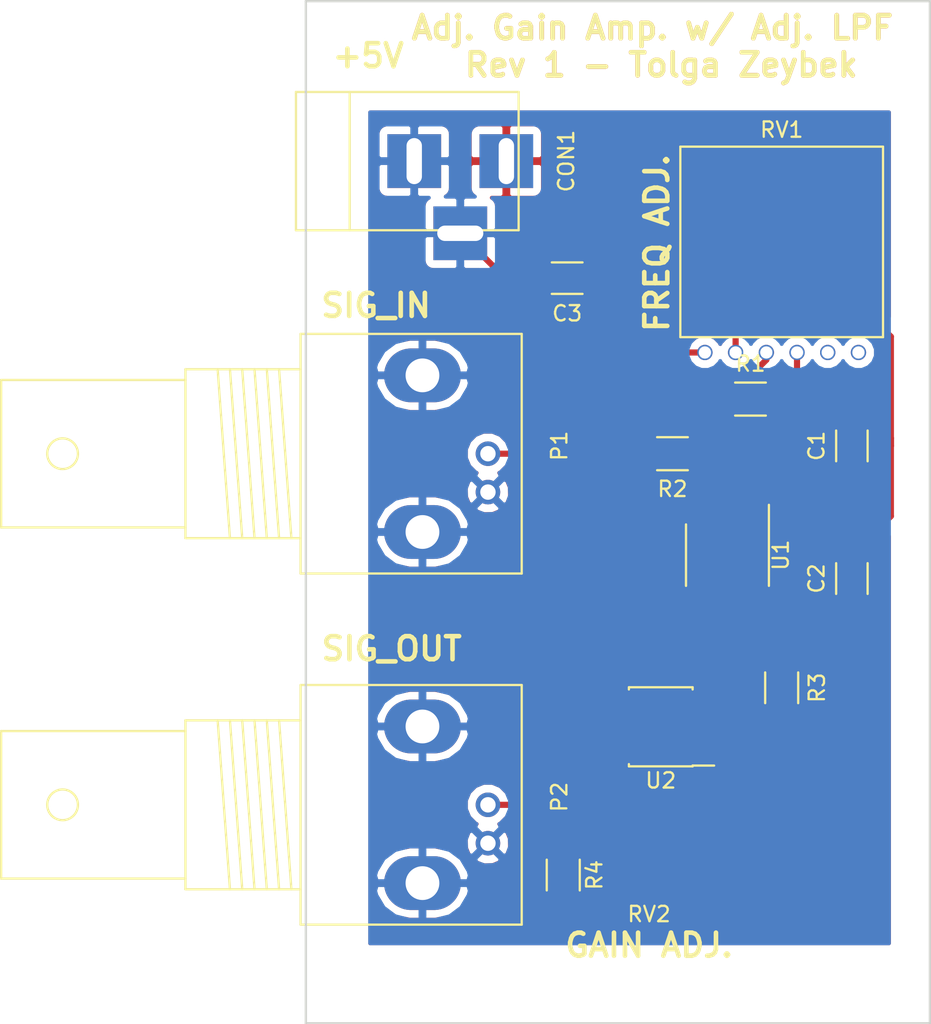
<source format=kicad_pcb>
(kicad_pcb (version 4) (host pcbnew 4.0.4-stable)

  (general
    (links 33)
    (no_connects 0)
    (area 98.754519 66.980999 159.587001 133.679001)
    (thickness 1.6)
    (drawings 12)
    (tracks 84)
    (zones 0)
    (modules 14)
    (nets 15)
  )

  (page A4)
  (layers
    (0 F.Cu signal)
    (31 B.Cu signal)
    (32 B.Adhes user)
    (33 F.Adhes user)
    (34 B.Paste user)
    (35 F.Paste user)
    (36 B.SilkS user)
    (37 F.SilkS user)
    (38 B.Mask user)
    (39 F.Mask user)
    (40 Dwgs.User user)
    (41 Cmts.User user)
    (42 Eco1.User user)
    (43 Eco2.User user)
    (44 Edge.Cuts user)
    (45 Margin user)
    (46 B.CrtYd user)
    (47 F.CrtYd user)
    (48 B.Fab user)
    (49 F.Fab user)
  )

  (setup
    (last_trace_width 0.4)
    (trace_clearance 0.2)
    (zone_clearance 0.508)
    (zone_45_only no)
    (trace_min 0.2)
    (segment_width 0.2)
    (edge_width 0.15)
    (via_size 0.6)
    (via_drill 0.4)
    (via_min_size 0.4)
    (via_min_drill 0.3)
    (uvia_size 0.3)
    (uvia_drill 0.1)
    (uvias_allowed no)
    (uvia_min_size 0.2)
    (uvia_min_drill 0.1)
    (pcb_text_width 0.3)
    (pcb_text_size 1.5 1.5)
    (mod_edge_width 0.15)
    (mod_text_size 1 1)
    (mod_text_width 0.15)
    (pad_size 1.524 1.524)
    (pad_drill 0.762)
    (pad_to_mask_clearance 0.2)
    (aux_axis_origin 0 0)
    (visible_elements FFFFFF7F)
    (pcbplotparams
      (layerselection 0x010fc_80000001)
      (usegerberextensions false)
      (excludeedgelayer true)
      (linewidth 0.100000)
      (plotframeref true)
      (viasonmask false)
      (mode 1)
      (useauxorigin false)
      (hpglpennumber 1)
      (hpglpenspeed 20)
      (hpglpendiameter 15)
      (hpglpenoverlay 2)
      (psnegative false)
      (psa4output false)
      (plotreference true)
      (plotvalue true)
      (plotinvisibletext false)
      (padsonsilk false)
      (subtractmaskfromsilk false)
      (outputformat 4)
      (mirror false)
      (drillshape 0)
      (scaleselection 1)
      (outputdirectory ""))
  )

  (net 0 "")
  (net 1 "Net-(C1-Pad1)")
  (net 2 "Net-(C1-Pad2)")
  (net 3 GND)
  (net 4 "Net-(C2-Pad2)")
  (net 5 +5V)
  (net 6 SIG_IN)
  (net 7 SIG_OUT)
  (net 8 "Net-(R1-Pad2)")
  (net 9 "Net-(R2-Pad2)")
  (net 10 AMP_IN)
  (net 11 "Net-(R4-Pad1)")
  (net 12 "Net-(RV1-Pad4)")
  (net 13 "Net-(RV1-Pad1)")
  (net 14 "Net-(RV2-Pad2)")

  (net_class Default "This is the default net class."
    (clearance 0.2)
    (trace_width 0.4)
    (via_dia 0.6)
    (via_drill 0.4)
    (uvia_dia 0.3)
    (uvia_drill 0.1)
    (add_net +5V)
    (add_net AMP_IN)
    (add_net GND)
    (add_net "Net-(C1-Pad1)")
    (add_net "Net-(C1-Pad2)")
    (add_net "Net-(C2-Pad2)")
    (add_net "Net-(R1-Pad2)")
    (add_net "Net-(R2-Pad2)")
    (add_net "Net-(R4-Pad1)")
    (add_net "Net-(RV1-Pad1)")
    (add_net "Net-(RV1-Pad4)")
    (add_net "Net-(RV2-Pad2)")
    (add_net SIG_IN)
    (add_net SIG_OUT)
  )

  (module Housings_SSOP:SSOP-16_3.9x4.9mm_Pitch0.635mm (layer F.Cu) (tedit 54130A77) (tstamp 584E4084)
    (at 146.304 103.124 270)
    (descr "SSOP16: plastic shrink small outline package; 16 leads; body width 3.9 mm; lead pitch 0.635; (see NXP SSOP-TSSOP-VSO-REFLOW.pdf and sot519-1_po.pdf)")
    (tags "SSOP 0.635")
    (path /584E3A26)
    (attr smd)
    (fp_text reference U1 (at 0 -3.5 270) (layer F.SilkS)
      (effects (font (size 1 1) (thickness 0.15)))
    )
    (fp_text value LTC6082 (at 0 3.5 270) (layer F.Fab)
      (effects (font (size 1 1) (thickness 0.15)))
    )
    (fp_line (start -0.95 -2.45) (end 1.95 -2.45) (layer F.Fab) (width 0.15))
    (fp_line (start 1.95 -2.45) (end 1.95 2.45) (layer F.Fab) (width 0.15))
    (fp_line (start 1.95 2.45) (end -1.95 2.45) (layer F.Fab) (width 0.15))
    (fp_line (start -1.95 2.45) (end -1.95 -1.45) (layer F.Fab) (width 0.15))
    (fp_line (start -1.95 -1.45) (end -0.95 -2.45) (layer F.Fab) (width 0.15))
    (fp_line (start -3.45 -2.85) (end -3.45 2.8) (layer F.CrtYd) (width 0.05))
    (fp_line (start 3.45 -2.85) (end 3.45 2.8) (layer F.CrtYd) (width 0.05))
    (fp_line (start -3.45 -2.85) (end 3.45 -2.85) (layer F.CrtYd) (width 0.05))
    (fp_line (start -3.45 2.8) (end 3.45 2.8) (layer F.CrtYd) (width 0.05))
    (fp_line (start -2 2.675) (end 2 2.675) (layer F.SilkS) (width 0.15))
    (fp_line (start -3.275 -2.725) (end 2 -2.725) (layer F.SilkS) (width 0.15))
    (pad 1 smd rect (at -2.6 -2.2225 270) (size 1.2 0.4) (layers F.Cu F.Paste F.Mask)
      (net 1 "Net-(C1-Pad1)"))
    (pad 2 smd rect (at -2.6 -1.5875 270) (size 1.2 0.4) (layers F.Cu F.Paste F.Mask)
      (net 1 "Net-(C1-Pad1)"))
    (pad 3 smd rect (at -2.6 -0.9525 270) (size 1.2 0.4) (layers F.Cu F.Paste F.Mask)
      (net 4 "Net-(C2-Pad2)"))
    (pad 4 smd rect (at -2.6 -0.3175 270) (size 1.2 0.4) (layers F.Cu F.Paste F.Mask)
      (net 5 +5V))
    (pad 5 smd rect (at -2.6 0.3175 270) (size 1.2 0.4) (layers F.Cu F.Paste F.Mask))
    (pad 6 smd rect (at -2.6 0.9525 270) (size 1.2 0.4) (layers F.Cu F.Paste F.Mask))
    (pad 7 smd rect (at -2.6 1.5875 270) (size 1.2 0.4) (layers F.Cu F.Paste F.Mask))
    (pad 8 smd rect (at -2.6 2.2225 270) (size 1.2 0.4) (layers F.Cu F.Paste F.Mask))
    (pad 9 smd rect (at 2.6 2.2225 270) (size 1.2 0.4) (layers F.Cu F.Paste F.Mask))
    (pad 10 smd rect (at 2.6 1.5875 270) (size 1.2 0.4) (layers F.Cu F.Paste F.Mask))
    (pad 11 smd rect (at 2.6 0.9525 270) (size 1.2 0.4) (layers F.Cu F.Paste F.Mask))
    (pad 12 smd rect (at 2.6 0.3175 270) (size 1.2 0.4) (layers F.Cu F.Paste F.Mask))
    (pad 13 smd rect (at 2.6 -0.3175 270) (size 1.2 0.4) (layers F.Cu F.Paste F.Mask)
      (net 3 GND))
    (pad 14 smd rect (at 2.6 -0.9525 270) (size 1.2 0.4) (layers F.Cu F.Paste F.Mask))
    (pad 15 smd rect (at 2.6 -1.5875 270) (size 1.2 0.4) (layers F.Cu F.Paste F.Mask))
    (pad 16 smd rect (at 2.6 -2.2225 270) (size 1.2 0.4) (layers F.Cu F.Paste F.Mask))
    (model Housings_SSOP.3dshapes/SSOP-16_3.9x4.9mm_Pitch0.635mm.wrl
      (at (xyz 0 0 0))
      (scale (xyz 1 1 1))
      (rotate (xyz 0 0 0))
    )
  )

  (module Capacitors_SMD:C_1206_HandSoldering (layer F.Cu) (tedit 541A9C03) (tstamp 584E401F)
    (at 154.432 96.012 90)
    (descr "Capacitor SMD 1206, hand soldering")
    (tags "capacitor 1206")
    (path /584E40D1)
    (attr smd)
    (fp_text reference C1 (at 0 -2.3 90) (layer F.SilkS)
      (effects (font (size 1 1) (thickness 0.15)))
    )
    (fp_text value 1nF (at 0 2.3 90) (layer F.Fab)
      (effects (font (size 1 1) (thickness 0.15)))
    )
    (fp_line (start -1.6 0.8) (end -1.6 -0.8) (layer F.Fab) (width 0.15))
    (fp_line (start 1.6 0.8) (end -1.6 0.8) (layer F.Fab) (width 0.15))
    (fp_line (start 1.6 -0.8) (end 1.6 0.8) (layer F.Fab) (width 0.15))
    (fp_line (start -1.6 -0.8) (end 1.6 -0.8) (layer F.Fab) (width 0.15))
    (fp_line (start -3.3 -1.15) (end 3.3 -1.15) (layer F.CrtYd) (width 0.05))
    (fp_line (start -3.3 1.15) (end 3.3 1.15) (layer F.CrtYd) (width 0.05))
    (fp_line (start -3.3 -1.15) (end -3.3 1.15) (layer F.CrtYd) (width 0.05))
    (fp_line (start 3.3 -1.15) (end 3.3 1.15) (layer F.CrtYd) (width 0.05))
    (fp_line (start 1 -1.025) (end -1 -1.025) (layer F.SilkS) (width 0.15))
    (fp_line (start -1 1.025) (end 1 1.025) (layer F.SilkS) (width 0.15))
    (pad 1 smd rect (at -2 0 90) (size 2 1.6) (layers F.Cu F.Paste F.Mask)
      (net 1 "Net-(C1-Pad1)"))
    (pad 2 smd rect (at 2 0 90) (size 2 1.6) (layers F.Cu F.Paste F.Mask)
      (net 2 "Net-(C1-Pad2)"))
    (model Capacitors_SMD.3dshapes/C_1206_HandSoldering.wrl
      (at (xyz 0 0 0))
      (scale (xyz 1 1 1))
      (rotate (xyz 0 0 0))
    )
  )

  (module Capacitors_SMD:C_1206_HandSoldering (layer F.Cu) (tedit 541A9C03) (tstamp 584E4025)
    (at 154.432 104.648 90)
    (descr "Capacitor SMD 1206, hand soldering")
    (tags "capacitor 1206")
    (path /584E5567)
    (attr smd)
    (fp_text reference C2 (at 0 -2.3 90) (layer F.SilkS)
      (effects (font (size 1 1) (thickness 0.15)))
    )
    (fp_text value 1nF (at 0 2.3 90) (layer F.Fab)
      (effects (font (size 1 1) (thickness 0.15)))
    )
    (fp_line (start -1.6 0.8) (end -1.6 -0.8) (layer F.Fab) (width 0.15))
    (fp_line (start 1.6 0.8) (end -1.6 0.8) (layer F.Fab) (width 0.15))
    (fp_line (start 1.6 -0.8) (end 1.6 0.8) (layer F.Fab) (width 0.15))
    (fp_line (start -1.6 -0.8) (end 1.6 -0.8) (layer F.Fab) (width 0.15))
    (fp_line (start -3.3 -1.15) (end 3.3 -1.15) (layer F.CrtYd) (width 0.05))
    (fp_line (start -3.3 1.15) (end 3.3 1.15) (layer F.CrtYd) (width 0.05))
    (fp_line (start -3.3 -1.15) (end -3.3 1.15) (layer F.CrtYd) (width 0.05))
    (fp_line (start 3.3 -1.15) (end 3.3 1.15) (layer F.CrtYd) (width 0.05))
    (fp_line (start 1 -1.025) (end -1 -1.025) (layer F.SilkS) (width 0.15))
    (fp_line (start -1 1.025) (end 1 1.025) (layer F.SilkS) (width 0.15))
    (pad 1 smd rect (at -2 0 90) (size 2 1.6) (layers F.Cu F.Paste F.Mask)
      (net 3 GND))
    (pad 2 smd rect (at 2 0 90) (size 2 1.6) (layers F.Cu F.Paste F.Mask)
      (net 4 "Net-(C2-Pad2)"))
    (model Capacitors_SMD.3dshapes/C_1206_HandSoldering.wrl
      (at (xyz 0 0 0))
      (scale (xyz 1 1 1))
      (rotate (xyz 0 0 0))
    )
  )

  (module Capacitors_SMD:C_1206_HandSoldering (layer F.Cu) (tedit 541A9C03) (tstamp 584E402B)
    (at 135.89 85.09 180)
    (descr "Capacitor SMD 1206, hand soldering")
    (tags "capacitor 1206")
    (path /584CCE7B)
    (attr smd)
    (fp_text reference C3 (at 0 -2.3 180) (layer F.SilkS)
      (effects (font (size 1 1) (thickness 0.15)))
    )
    (fp_text value 0.1uF (at 0 2.3 180) (layer F.Fab)
      (effects (font (size 1 1) (thickness 0.15)))
    )
    (fp_line (start -1.6 0.8) (end -1.6 -0.8) (layer F.Fab) (width 0.15))
    (fp_line (start 1.6 0.8) (end -1.6 0.8) (layer F.Fab) (width 0.15))
    (fp_line (start 1.6 -0.8) (end 1.6 0.8) (layer F.Fab) (width 0.15))
    (fp_line (start -1.6 -0.8) (end 1.6 -0.8) (layer F.Fab) (width 0.15))
    (fp_line (start -3.3 -1.15) (end 3.3 -1.15) (layer F.CrtYd) (width 0.05))
    (fp_line (start -3.3 1.15) (end 3.3 1.15) (layer F.CrtYd) (width 0.05))
    (fp_line (start -3.3 -1.15) (end -3.3 1.15) (layer F.CrtYd) (width 0.05))
    (fp_line (start 3.3 -1.15) (end 3.3 1.15) (layer F.CrtYd) (width 0.05))
    (fp_line (start 1 -1.025) (end -1 -1.025) (layer F.SilkS) (width 0.15))
    (fp_line (start -1 1.025) (end 1 1.025) (layer F.SilkS) (width 0.15))
    (pad 1 smd rect (at -2 0 180) (size 2 1.6) (layers F.Cu F.Paste F.Mask)
      (net 5 +5V))
    (pad 2 smd rect (at 2 0 180) (size 2 1.6) (layers F.Cu F.Paste F.Mask)
      (net 3 GND))
    (model Capacitors_SMD.3dshapes/C_1206_HandSoldering.wrl
      (at (xyz 0 0 0))
      (scale (xyz 1 1 1))
      (rotate (xyz 0 0 0))
    )
  )

  (module Connect:BARREL_JACK (layer F.Cu) (tedit 0) (tstamp 584E4032)
    (at 125.73 77.47)
    (descr "DC Barrel Jack")
    (tags "Power Jack")
    (path /584C695C)
    (fp_text reference CON1 (at 10.09904 0 90) (layer F.SilkS)
      (effects (font (size 1 1) (thickness 0.15)))
    )
    (fp_text value BARREL_JACK (at 0 -5.99948) (layer F.Fab)
      (effects (font (size 1 1) (thickness 0.15)))
    )
    (fp_line (start -4.0005 -4.50088) (end -4.0005 4.50088) (layer F.SilkS) (width 0.15))
    (fp_line (start -7.50062 -4.50088) (end -7.50062 4.50088) (layer F.SilkS) (width 0.15))
    (fp_line (start -7.50062 4.50088) (end 7.00024 4.50088) (layer F.SilkS) (width 0.15))
    (fp_line (start 7.00024 4.50088) (end 7.00024 -4.50088) (layer F.SilkS) (width 0.15))
    (fp_line (start 7.00024 -4.50088) (end -7.50062 -4.50088) (layer F.SilkS) (width 0.15))
    (pad 1 thru_hole rect (at 6.20014 0) (size 3.50012 3.50012) (drill oval 1.00076 2.99974) (layers *.Cu *.Mask)
      (net 5 +5V))
    (pad 2 thru_hole rect (at 0.20066 0) (size 3.50012 3.50012) (drill oval 1.00076 2.99974) (layers *.Cu *.Mask)
      (net 3 GND))
    (pad 3 thru_hole rect (at 3.2004 4.699) (size 3.50012 3.50012) (drill oval 2.99974 1.00076) (layers *.Cu *.Mask)
      (net 3 GND))
  )

  (module Sockets_BNC:BNC_Socket_TYCO-AMP (layer F.Cu) (tedit 0) (tstamp 584E403A)
    (at 125.73 96.52 90)
    (descr "BNC Socket TYCO AMP")
    (tags "BNC Socket TYCO AMP")
    (path /584C68E3)
    (fp_text reference P1 (at 0.508 9.652 90) (layer F.SilkS)
      (effects (font (size 1 1) (thickness 0.15)))
    )
    (fp_text value BNC (at 10.89914 -9.6012 180) (layer F.Fab)
      (effects (font (size 1 1) (thickness 0.15)))
    )
    (fp_line (start -5.4991 -11.80084) (end 5.4991 -12.60094) (layer F.SilkS) (width 0.15))
    (fp_line (start -5.4991 -11.00074) (end 5.4991 -11.80084) (layer F.SilkS) (width 0.15))
    (fp_line (start -5.4991 -10.20064) (end 5.4991 -11.00074) (layer F.SilkS) (width 0.15))
    (fp_line (start -5.4991 -9.40054) (end 5.4991 -10.20064) (layer F.SilkS) (width 0.15))
    (fp_line (start -5.4991 -8.60044) (end 5.4991 -9.40054) (layer F.SilkS) (width 0.15))
    (fp_line (start -5.4991 -7.80034) (end 5.4991 -8.60044) (layer F.SilkS) (width 0.15))
    (fp_circle (center 0 -22.69998) (end 1.00076 -22.69998) (layer F.SilkS) (width 0.15))
    (fp_line (start 4.8006 -14.69898) (end 4.8006 -26.70048) (layer F.SilkS) (width 0.15))
    (fp_line (start 4.8006 -26.70048) (end -4.8006 -26.70048) (layer F.SilkS) (width 0.15))
    (fp_line (start -4.8006 -26.70048) (end -4.8006 -14.69898) (layer F.SilkS) (width 0.15))
    (fp_line (start 5.4991 -7.2009) (end 5.4991 -14.69898) (layer F.SilkS) (width 0.15))
    (fp_line (start 5.4991 -14.69898) (end -5.4991 -14.69898) (layer F.SilkS) (width 0.15))
    (fp_line (start -5.4991 -14.69898) (end -5.4991 -7.2009) (layer F.SilkS) (width 0.15))
    (fp_line (start -7.80034 7.2009) (end 7.80034 7.2009) (layer F.SilkS) (width 0.15))
    (fp_line (start 7.80034 7.2009) (end 7.80034 -7.2009) (layer F.SilkS) (width 0.15))
    (fp_line (start 7.80034 -7.2009) (end -7.80034 -7.2009) (layer F.SilkS) (width 0.15))
    (fp_line (start -7.80034 -7.2009) (end -7.80034 7.2009) (layer F.SilkS) (width 0.15))
    (pad 2 thru_hole oval (at -5.09778 0.7366 90) (size 3.50012 5.00126) (drill 2.19964) (layers *.Cu *.Mask)
      (net 3 GND))
    (pad 2 thru_hole oval (at 5.10032 0.7366 90) (size 3.50012 5.00126) (drill 2.19964) (layers *.Cu *.Mask)
      (net 3 GND))
    (pad 1 thru_hole circle (at 0 5.00126 90) (size 1.6002 1.6002) (drill 1.00076) (layers *.Cu *.Mask)
      (net 6 SIG_IN))
    (pad 2 thru_hole circle (at -2.49936 5.00126 90) (size 1.6002 1.6002) (drill 1.00076) (layers *.Cu *.Mask)
      (net 3 GND))
    (model Sockets_BNC.3dshapes/BNC_Socket_TYCO-AMP.wrl
      (at (xyz 0 0 0))
      (scale (xyz 0.3937 0.3937 0.3937))
      (rotate (xyz 0 0 0))
    )
  )

  (module Sockets_BNC:BNC_Socket_TYCO-AMP (layer F.Cu) (tedit 0) (tstamp 584E4042)
    (at 125.73 119.38 90)
    (descr "BNC Socket TYCO AMP")
    (tags "BNC Socket TYCO AMP")
    (path /584E0E34)
    (fp_text reference P2 (at 0.508 9.652 90) (layer F.SilkS)
      (effects (font (size 1 1) (thickness 0.15)))
    )
    (fp_text value BNC (at 10.89914 -9.6012 180) (layer F.Fab)
      (effects (font (size 1 1) (thickness 0.15)))
    )
    (fp_line (start -5.4991 -11.80084) (end 5.4991 -12.60094) (layer F.SilkS) (width 0.15))
    (fp_line (start -5.4991 -11.00074) (end 5.4991 -11.80084) (layer F.SilkS) (width 0.15))
    (fp_line (start -5.4991 -10.20064) (end 5.4991 -11.00074) (layer F.SilkS) (width 0.15))
    (fp_line (start -5.4991 -9.40054) (end 5.4991 -10.20064) (layer F.SilkS) (width 0.15))
    (fp_line (start -5.4991 -8.60044) (end 5.4991 -9.40054) (layer F.SilkS) (width 0.15))
    (fp_line (start -5.4991 -7.80034) (end 5.4991 -8.60044) (layer F.SilkS) (width 0.15))
    (fp_circle (center 0 -22.69998) (end 1.00076 -22.69998) (layer F.SilkS) (width 0.15))
    (fp_line (start 4.8006 -14.69898) (end 4.8006 -26.70048) (layer F.SilkS) (width 0.15))
    (fp_line (start 4.8006 -26.70048) (end -4.8006 -26.70048) (layer F.SilkS) (width 0.15))
    (fp_line (start -4.8006 -26.70048) (end -4.8006 -14.69898) (layer F.SilkS) (width 0.15))
    (fp_line (start 5.4991 -7.2009) (end 5.4991 -14.69898) (layer F.SilkS) (width 0.15))
    (fp_line (start 5.4991 -14.69898) (end -5.4991 -14.69898) (layer F.SilkS) (width 0.15))
    (fp_line (start -5.4991 -14.69898) (end -5.4991 -7.2009) (layer F.SilkS) (width 0.15))
    (fp_line (start -7.80034 7.2009) (end 7.80034 7.2009) (layer F.SilkS) (width 0.15))
    (fp_line (start 7.80034 7.2009) (end 7.80034 -7.2009) (layer F.SilkS) (width 0.15))
    (fp_line (start 7.80034 -7.2009) (end -7.80034 -7.2009) (layer F.SilkS) (width 0.15))
    (fp_line (start -7.80034 -7.2009) (end -7.80034 7.2009) (layer F.SilkS) (width 0.15))
    (pad 2 thru_hole oval (at -5.09778 0.7366 90) (size 3.50012 5.00126) (drill 2.19964) (layers *.Cu *.Mask)
      (net 3 GND))
    (pad 2 thru_hole oval (at 5.10032 0.7366 90) (size 3.50012 5.00126) (drill 2.19964) (layers *.Cu *.Mask)
      (net 3 GND))
    (pad 1 thru_hole circle (at 0 5.00126 90) (size 1.6002 1.6002) (drill 1.00076) (layers *.Cu *.Mask)
      (net 7 SIG_OUT))
    (pad 2 thru_hole circle (at -2.49936 5.00126 90) (size 1.6002 1.6002) (drill 1.00076) (layers *.Cu *.Mask)
      (net 3 GND))
    (model Sockets_BNC.3dshapes/BNC_Socket_TYCO-AMP.wrl
      (at (xyz 0 0 0))
      (scale (xyz 0.3937 0.3937 0.3937))
      (rotate (xyz 0 0 0))
    )
  )

  (module Resistors_SMD:R_1206_HandSoldering (layer F.Cu) (tedit 58307C0D) (tstamp 584E4048)
    (at 147.828 92.964)
    (descr "Resistor SMD 1206, hand soldering")
    (tags "resistor 1206")
    (path /584E5261)
    (attr smd)
    (fp_text reference R1 (at 0 -2.3) (layer F.SilkS)
      (effects (font (size 1 1) (thickness 0.15)))
    )
    (fp_text value 2k (at 0 2.3) (layer F.Fab)
      (effects (font (size 1 1) (thickness 0.15)))
    )
    (fp_line (start -1.6 0.8) (end -1.6 -0.8) (layer F.Fab) (width 0.1))
    (fp_line (start 1.6 0.8) (end -1.6 0.8) (layer F.Fab) (width 0.1))
    (fp_line (start 1.6 -0.8) (end 1.6 0.8) (layer F.Fab) (width 0.1))
    (fp_line (start -1.6 -0.8) (end 1.6 -0.8) (layer F.Fab) (width 0.1))
    (fp_line (start -3.3 -1.2) (end 3.3 -1.2) (layer F.CrtYd) (width 0.05))
    (fp_line (start -3.3 1.2) (end 3.3 1.2) (layer F.CrtYd) (width 0.05))
    (fp_line (start -3.3 -1.2) (end -3.3 1.2) (layer F.CrtYd) (width 0.05))
    (fp_line (start 3.3 -1.2) (end 3.3 1.2) (layer F.CrtYd) (width 0.05))
    (fp_line (start 1 1.075) (end -1 1.075) (layer F.SilkS) (width 0.15))
    (fp_line (start -1 -1.075) (end 1 -1.075) (layer F.SilkS) (width 0.15))
    (pad 1 smd rect (at -2 0) (size 2 1.7) (layers F.Cu F.Paste F.Mask)
      (net 6 SIG_IN))
    (pad 2 smd rect (at 2 0) (size 2 1.7) (layers F.Cu F.Paste F.Mask)
      (net 8 "Net-(R1-Pad2)"))
    (model Resistors_SMD.3dshapes/R_1206_HandSoldering.wrl
      (at (xyz 0 0 0))
      (scale (xyz 1 1 1))
      (rotate (xyz 0 0 0))
    )
  )

  (module Resistors_SMD:R_1206_HandSoldering (layer F.Cu) (tedit 584E40B4) (tstamp 584E404E)
    (at 142.748 96.52 180)
    (descr "Resistor SMD 1206, hand soldering")
    (tags "resistor 1206")
    (path /584E51FB)
    (attr smd)
    (fp_text reference R2 (at 0 -2.3 180) (layer F.SilkS)
      (effects (font (size 1 1) (thickness 0.15)))
    )
    (fp_text value 2k (at 1.3589 -0.8636 180) (layer F.Fab)
      (effects (font (size 1 1) (thickness 0.15)))
    )
    (fp_line (start -1.6 0.8) (end -1.6 -0.8) (layer F.Fab) (width 0.1))
    (fp_line (start 1.6 0.8) (end -1.6 0.8) (layer F.Fab) (width 0.1))
    (fp_line (start 1.6 -0.8) (end 1.6 0.8) (layer F.Fab) (width 0.1))
    (fp_line (start -1.6 -0.8) (end 1.6 -0.8) (layer F.Fab) (width 0.1))
    (fp_line (start -3.3 -1.2) (end 3.3 -1.2) (layer F.CrtYd) (width 0.05))
    (fp_line (start -3.3 1.2) (end 3.3 1.2) (layer F.CrtYd) (width 0.05))
    (fp_line (start -3.3 -1.2) (end -3.3 1.2) (layer F.CrtYd) (width 0.05))
    (fp_line (start 3.3 -1.2) (end 3.3 1.2) (layer F.CrtYd) (width 0.05))
    (fp_line (start 1 1.075) (end -1 1.075) (layer F.SilkS) (width 0.15))
    (fp_line (start -1 -1.075) (end 1 -1.075) (layer F.SilkS) (width 0.15))
    (pad 1 smd rect (at -2 0 180) (size 2 1.7) (layers F.Cu F.Paste F.Mask)
      (net 2 "Net-(C1-Pad2)"))
    (pad 2 smd rect (at 2 0 180) (size 2 1.7) (layers F.Cu F.Paste F.Mask)
      (net 9 "Net-(R2-Pad2)"))
    (model Resistors_SMD.3dshapes/R_1206_HandSoldering.wrl
      (at (xyz 0 0 0))
      (scale (xyz 1 1 1))
      (rotate (xyz 0 0 0))
    )
  )

  (module Resistors_SMD:R_1206_HandSoldering (layer F.Cu) (tedit 58307C0D) (tstamp 584E4054)
    (at 149.86 111.76 270)
    (descr "Resistor SMD 1206, hand soldering")
    (tags "resistor 1206")
    (path /584E43E3)
    (attr smd)
    (fp_text reference R3 (at 0 -2.3 270) (layer F.SilkS)
      (effects (font (size 1 1) (thickness 0.15)))
    )
    (fp_text value 100 (at 0 2.3 270) (layer F.Fab)
      (effects (font (size 1 1) (thickness 0.15)))
    )
    (fp_line (start -1.6 0.8) (end -1.6 -0.8) (layer F.Fab) (width 0.1))
    (fp_line (start 1.6 0.8) (end -1.6 0.8) (layer F.Fab) (width 0.1))
    (fp_line (start 1.6 -0.8) (end 1.6 0.8) (layer F.Fab) (width 0.1))
    (fp_line (start -1.6 -0.8) (end 1.6 -0.8) (layer F.Fab) (width 0.1))
    (fp_line (start -3.3 -1.2) (end 3.3 -1.2) (layer F.CrtYd) (width 0.05))
    (fp_line (start -3.3 1.2) (end 3.3 1.2) (layer F.CrtYd) (width 0.05))
    (fp_line (start -3.3 -1.2) (end -3.3 1.2) (layer F.CrtYd) (width 0.05))
    (fp_line (start 3.3 -1.2) (end 3.3 1.2) (layer F.CrtYd) (width 0.05))
    (fp_line (start 1 1.075) (end -1 1.075) (layer F.SilkS) (width 0.15))
    (fp_line (start -1 -1.075) (end 1 -1.075) (layer F.SilkS) (width 0.15))
    (pad 1 smd rect (at -2 0 270) (size 2 1.7) (layers F.Cu F.Paste F.Mask)
      (net 1 "Net-(C1-Pad1)"))
    (pad 2 smd rect (at 2 0 270) (size 2 1.7) (layers F.Cu F.Paste F.Mask)
      (net 10 AMP_IN))
    (model Resistors_SMD.3dshapes/R_1206_HandSoldering.wrl
      (at (xyz 0 0 0))
      (scale (xyz 1 1 1))
      (rotate (xyz 0 0 0))
    )
  )

  (module Resistors_SMD:R_1206_HandSoldering (layer F.Cu) (tedit 584E4707) (tstamp 584E405A)
    (at 135.636 123.952 90)
    (descr "Resistor SMD 1206, hand soldering")
    (tags "resistor 1206")
    (path /584CB1C2)
    (attr smd)
    (fp_text reference R4 (at 0 2.032 90) (layer F.SilkS)
      (effects (font (size 1 1) (thickness 0.15)))
    )
    (fp_text value 3.01k (at 0 2.3 90) (layer F.Fab)
      (effects (font (size 1 1) (thickness 0.15)))
    )
    (fp_line (start -1.6 0.8) (end -1.6 -0.8) (layer F.Fab) (width 0.1))
    (fp_line (start 1.6 0.8) (end -1.6 0.8) (layer F.Fab) (width 0.1))
    (fp_line (start 1.6 -0.8) (end 1.6 0.8) (layer F.Fab) (width 0.1))
    (fp_line (start -1.6 -0.8) (end 1.6 -0.8) (layer F.Fab) (width 0.1))
    (fp_line (start -3.3 -1.2) (end 3.3 -1.2) (layer F.CrtYd) (width 0.05))
    (fp_line (start -3.3 1.2) (end 3.3 1.2) (layer F.CrtYd) (width 0.05))
    (fp_line (start -3.3 -1.2) (end -3.3 1.2) (layer F.CrtYd) (width 0.05))
    (fp_line (start 3.3 -1.2) (end 3.3 1.2) (layer F.CrtYd) (width 0.05))
    (fp_line (start 1 1.075) (end -1 1.075) (layer F.SilkS) (width 0.15))
    (fp_line (start -1 -1.075) (end 1 -1.075) (layer F.SilkS) (width 0.15))
    (pad 1 smd rect (at -2 0 90) (size 2 1.7) (layers F.Cu F.Paste F.Mask)
      (net 11 "Net-(R4-Pad1)"))
    (pad 2 smd rect (at 2 0 90) (size 2 1.7) (layers F.Cu F.Paste F.Mask)
      (net 5 +5V))
    (model Resistors_SMD.3dshapes/R_1206_HandSoldering.wrl
      (at (xyz 0 0 0))
      (scale (xyz 1 1 1))
      (rotate (xyz 0 0 0))
    )
  )

  (module CustomParts:20k_DualPot (layer F.Cu) (tedit 584E3D2F) (tstamp 584E4069)
    (at 149.86 74.93)
    (path /584E3AE6)
    (fp_text reference RV1 (at 0 0.5) (layer F.SilkS)
      (effects (font (size 1 1) (thickness 0.15)))
    )
    (fp_text value DUAL_POT (at 0 -0.5) (layer F.Fab)
      (effects (font (size 1 1) (thickness 0.15)))
    )
    (fp_line (start 6.6 14) (end 6.6 1.6) (layer F.SilkS) (width 0.15))
    (fp_line (start 6.6 1.6) (end -6.6 1.6) (layer F.SilkS) (width 0.15))
    (fp_line (start -6.6 1.6) (end -6.6 14) (layer F.SilkS) (width 0.15))
    (fp_line (start -6.6 14) (end 6.6 14) (layer F.SilkS) (width 0.15))
    (fp_line (start 6.6 14) (end 6.5 14) (layer F.SilkS) (width 0.15))
    (pad 2 thru_hole circle (at -5 15) (size 1 1) (drill 0.8) (layers *.Cu *.Mask)
      (net 9 "Net-(R2-Pad2)"))
    (pad 3 thru_hole circle (at -3 15) (size 1 1) (drill 0.8) (layers *.Cu *.Mask)
      (net 4 "Net-(C2-Pad2)"))
    (pad 6 thru_hole circle (at -1 15) (size 1 1) (drill 0.8) (layers *.Cu *.Mask)
      (net 2 "Net-(C1-Pad2)"))
    (pad 5 thru_hole circle (at 1 15) (size 1 1) (drill 0.8) (layers *.Cu *.Mask)
      (net 8 "Net-(R1-Pad2)"))
    (pad 4 thru_hole circle (at 3 15) (size 1 1) (drill 0.8) (layers *.Cu *.Mask)
      (net 12 "Net-(RV1-Pad4)"))
    (pad 1 thru_hole circle (at 5 15) (size 1 1) (drill 0.8) (layers *.Cu *.Mask)
      (net 13 "Net-(RV1-Pad1)"))
  )

  (module CustomParts:2k_POT_SMD (layer F.Cu) (tedit 584E3964) (tstamp 584E4070)
    (at 141.224 127 180)
    (path /584CAFCC)
    (fp_text reference RV2 (at 0 0.5 180) (layer F.SilkS)
      (effects (font (size 1 1) (thickness 0.15)))
    )
    (fp_text value 2k (at 0 -0.5 180) (layer F.Fab)
      (effects (font (size 1 1) (thickness 0.15)))
    )
    (pad 2 smd rect (at 0 2 180) (size 1.6 1.5) (layers F.Cu F.Paste F.Mask)
      (net 14 "Net-(RV2-Pad2)"))
    (pad 1 smd rect (at -1 5.25 180) (size 1.2 1.2) (layers F.Cu F.Paste F.Mask)
      (net 11 "Net-(R4-Pad1)"))
    (pad 3 smd rect (at 1 5.25 180) (size 1.2 1.2) (layers F.Cu F.Paste F.Mask)
      (net 3 GND))
  )

  (module Housings_SOIC:SOIC-8_3.9x4.9mm_Pitch1.27mm (layer F.Cu) (tedit 54130A77) (tstamp 584E4090)
    (at 141.986 114.3 180)
    (descr "8-Lead Plastic Small Outline (SN) - Narrow, 3.90 mm Body [SOIC] (see Microchip Packaging Specification 00000049BS.pdf)")
    (tags "SOIC 1.27")
    (path /584CA27F)
    (attr smd)
    (fp_text reference U2 (at 0 -3.5 180) (layer F.SilkS)
      (effects (font (size 1 1) (thickness 0.15)))
    )
    (fp_text value AD603 (at 0 3.5 180) (layer F.Fab)
      (effects (font (size 1 1) (thickness 0.15)))
    )
    (fp_line (start -0.95 -2.45) (end 1.95 -2.45) (layer F.Fab) (width 0.15))
    (fp_line (start 1.95 -2.45) (end 1.95 2.45) (layer F.Fab) (width 0.15))
    (fp_line (start 1.95 2.45) (end -1.95 2.45) (layer F.Fab) (width 0.15))
    (fp_line (start -1.95 2.45) (end -1.95 -1.45) (layer F.Fab) (width 0.15))
    (fp_line (start -1.95 -1.45) (end -0.95 -2.45) (layer F.Fab) (width 0.15))
    (fp_line (start -3.75 -2.75) (end -3.75 2.75) (layer F.CrtYd) (width 0.05))
    (fp_line (start 3.75 -2.75) (end 3.75 2.75) (layer F.CrtYd) (width 0.05))
    (fp_line (start -3.75 -2.75) (end 3.75 -2.75) (layer F.CrtYd) (width 0.05))
    (fp_line (start -3.75 2.75) (end 3.75 2.75) (layer F.CrtYd) (width 0.05))
    (fp_line (start -2.075 -2.575) (end -2.075 -2.525) (layer F.SilkS) (width 0.15))
    (fp_line (start 2.075 -2.575) (end 2.075 -2.43) (layer F.SilkS) (width 0.15))
    (fp_line (start 2.075 2.575) (end 2.075 2.43) (layer F.SilkS) (width 0.15))
    (fp_line (start -2.075 2.575) (end -2.075 2.43) (layer F.SilkS) (width 0.15))
    (fp_line (start -2.075 -2.575) (end 2.075 -2.575) (layer F.SilkS) (width 0.15))
    (fp_line (start -2.075 2.575) (end 2.075 2.575) (layer F.SilkS) (width 0.15))
    (fp_line (start -2.075 -2.525) (end -3.475 -2.525) (layer F.SilkS) (width 0.15))
    (pad 1 smd rect (at -2.7 -1.905 180) (size 1.55 0.6) (layers F.Cu F.Paste F.Mask)
      (net 14 "Net-(RV2-Pad2)"))
    (pad 2 smd rect (at -2.7 -0.635 180) (size 1.55 0.6) (layers F.Cu F.Paste F.Mask)
      (net 3 GND))
    (pad 3 smd rect (at -2.7 0.635 180) (size 1.55 0.6) (layers F.Cu F.Paste F.Mask)
      (net 10 AMP_IN))
    (pad 4 smd rect (at -2.7 1.905 180) (size 1.55 0.6) (layers F.Cu F.Paste F.Mask)
      (net 3 GND))
    (pad 5 smd rect (at 2.7 1.905 180) (size 1.55 0.6) (layers F.Cu F.Paste F.Mask)
      (net 5 +5V))
    (pad 6 smd rect (at 2.7 0.635 180) (size 1.55 0.6) (layers F.Cu F.Paste F.Mask)
      (net 7 SIG_OUT))
    (pad 7 smd rect (at 2.7 -0.635 180) (size 1.55 0.6) (layers F.Cu F.Paste F.Mask)
      (net 3 GND))
    (pad 8 smd rect (at 2.7 -1.905 180) (size 1.55 0.6) (layers F.Cu F.Paste F.Mask)
      (net 7 SIG_OUT))
    (model Housings_SOIC.3dshapes/SOIC-8_3.9x4.9mm_Pitch1.27mm.wrl
      (at (xyz 0 0 0))
      (scale (xyz 1 1 1))
      (rotate (xyz 0 0 0))
    )
  )

  (gr_line (start 159.512 133.604) (end 118.872 133.604) (angle 90) (layer Edge.Cuts) (width 0.15))
  (gr_line (start 159.512 67.056) (end 159.512 133.604) (angle 90) (layer Edge.Cuts) (width 0.15))
  (gr_line (start 142.748 67.056) (end 159.512 67.056) (angle 90) (layer Edge.Cuts) (width 0.15))
  (gr_line (start 118.872 67.056) (end 142.748 67.056) (angle 90) (layer Edge.Cuts) (width 0.15))
  (gr_line (start 118.872 133.604) (end 118.872 67.056) (angle 90) (layer Edge.Cuts) (width 0.15))
  (gr_text "Adj. Gain Amp. w/ Adj. LPF\n Rev 1 - Tolga Zeybek" (at 141.444 70) (layer F.Cu)
    (effects (font (size 1.5 1.5) (thickness 0.3)))
  )
  (gr_text "Adj. Gain Amp. w/ Adj. LPF\n Rev 1 - Tolga Zeybek" (at 141.444 70) (layer F.SilkS)
    (effects (font (size 1.5 1.5) (thickness 0.3)))
  )
  (gr_text "GAIN ADJ." (at 141.224 128.524) (layer F.SilkS)
    (effects (font (size 1.5 1.5) (thickness 0.3)))
  )
  (gr_text "FREQ ADJ." (at 141.732 82.804 90) (layer F.SilkS)
    (effects (font (size 1.5 1.5) (thickness 0.3)))
  )
  (gr_text SIG_OUT (at 124.46 109.22) (layer F.SilkS)
    (effects (font (size 1.5 1.5) (thickness 0.3)))
  )
  (gr_text SIG_IN (at 123.444 86.868) (layer F.SilkS)
    (effects (font (size 1.5 1.5) (thickness 0.3)))
  )
  (gr_text +5V (at 122.936 70.612) (layer F.SilkS)
    (effects (font (size 1.5 1.5) (thickness 0.3)))
  )

  (segment (start 149.86 109.76) (end 149.86 101.8575) (width 0.4) (layer F.Cu) (net 1))
  (segment (start 149.86 101.8575) (end 148.5265 100.524) (width 0.4) (layer F.Cu) (net 1) (tstamp 584E4E7B))
  (segment (start 148.5265 100.524) (end 151.92 100.524) (width 0.4) (layer F.Cu) (net 1))
  (segment (start 151.92 100.524) (end 154.432 98.012) (width 0.4) (layer F.Cu) (net 1) (tstamp 584E4E72))
  (segment (start 148.5265 100.524) (end 147.8915 100.524) (width 0.4) (layer F.Cu) (net 1))
  (segment (start 147.828 94.488) (end 148.336 94.996) (width 0.4) (layer F.Cu) (net 2))
  (segment (start 153.448 94.996) (end 154.432 94.012) (width 0.4) (layer F.Cu) (net 2) (tstamp 584E5029))
  (segment (start 148.336 94.996) (end 153.448 94.996) (width 0.4) (layer F.Cu) (net 2) (tstamp 584E5027))
  (segment (start 148.86 89.93) (end 148.86 90.408) (width 0.4) (layer F.Cu) (net 2))
  (segment (start 148.86 90.408) (end 147.828 91.44) (width 0.4) (layer F.Cu) (net 2) (tstamp 584E4FE6))
  (segment (start 147.828 91.44) (end 147.828 94.488) (width 0.4) (layer F.Cu) (net 2) (tstamp 584E4FE9))
  (segment (start 147.828 94.488) (end 145.796 96.52) (width 0.4) (layer F.Cu) (net 2) (tstamp 584E4FF0))
  (segment (start 145.796 96.52) (end 144.748 96.52) (width 0.4) (layer F.Cu) (net 2) (tstamp 584E4FF4))
  (segment (start 140.224 121.75) (end 140.224 120.38) (width 0.4) (layer F.Cu) (net 3))
  (segment (start 142.748 117.856) (end 142.748 114.808) (width 0.4) (layer F.Cu) (net 3) (tstamp 584E5158))
  (segment (start 140.224 120.38) (end 142.748 117.856) (width 0.4) (layer F.Cu) (net 3) (tstamp 584E514C))
  (segment (start 144.686 114.935) (end 146.431 114.935) (width 0.4) (layer F.Cu) (net 3))
  (segment (start 154.432 114.3) (end 154.432 106.648) (width 0.4) (layer F.Cu) (net 3) (tstamp 584E5123))
  (segment (start 152.4 116.332) (end 154.432 114.3) (width 0.4) (layer F.Cu) (net 3) (tstamp 584E5120))
  (segment (start 147.828 116.332) (end 152.4 116.332) (width 0.4) (layer F.Cu) (net 3) (tstamp 584E511D))
  (segment (start 146.431 114.935) (end 147.828 116.332) (width 0.4) (layer F.Cu) (net 3) (tstamp 584E511B))
  (segment (start 143.764 111.252) (end 144.272 111.252) (width 0.4) (layer F.Cu) (net 3))
  (segment (start 146.6215 108.9025) (end 146.6215 105.724) (width 0.4) (layer F.Cu) (net 3) (tstamp 584E5110))
  (segment (start 144.272 111.252) (end 146.6215 108.9025) (width 0.4) (layer F.Cu) (net 3) (tstamp 584E5103))
  (segment (start 143.543 111.252) (end 143.764 111.252) (width 0.4) (layer F.Cu) (net 3))
  (segment (start 143.764 111.252) (end 143.764 111.473) (width 0.4) (layer F.Cu) (net 3) (tstamp 584E50FF))
  (segment (start 141.732 111.252) (end 143.543 111.252) (width 0.4) (layer F.Cu) (net 3))
  (segment (start 143.764 111.473) (end 144.686 112.395) (width 0.4) (layer F.Cu) (net 3) (tstamp 584E5100))
  (segment (start 141.732 113.792) (end 142.748 114.808) (width 0.4) (layer F.Cu) (net 3))
  (segment (start 142.748 114.808) (end 144.559 114.808) (width 0.4) (layer F.Cu) (net 3) (tstamp 584E50E6))
  (segment (start 144.559 114.808) (end 144.686 114.935) (width 0.4) (layer F.Cu) (net 3) (tstamp 584E50ED))
  (segment (start 126.4666 114.27968) (end 134.64032 114.27968) (width 0.4) (layer F.Cu) (net 3))
  (segment (start 140.589 114.935) (end 139.286 114.935) (width 0.4) (layer F.Cu) (net 3) (tstamp 584E50E3))
  (segment (start 141.732 113.792) (end 140.589 114.935) (width 0.4) (layer F.Cu) (net 3) (tstamp 584E50E1))
  (segment (start 141.732 111.252) (end 141.732 113.792) (width 0.4) (layer F.Cu) (net 3) (tstamp 584E50DE))
  (segment (start 141.224 110.744) (end 141.732 111.252) (width 0.4) (layer F.Cu) (net 3) (tstamp 584E50D9))
  (segment (start 138.176 110.744) (end 141.224 110.744) (width 0.4) (layer F.Cu) (net 3) (tstamp 584E50D2))
  (segment (start 134.64032 114.27968) (end 138.176 110.744) (width 0.4) (layer F.Cu) (net 3) (tstamp 584E50CC))
  (segment (start 133.89 85.09) (end 131.8514 85.09) (width 0.4) (layer F.Cu) (net 3))
  (segment (start 131.8514 85.09) (end 128.9304 82.169) (width 0.4) (layer F.Cu) (net 3) (tstamp 584E4BE5))
  (segment (start 147.2565 100.524) (end 147.2565 98.1075) (width 0.4) (layer F.Cu) (net 4))
  (segment (start 156.972 96.012) (end 156.972 95.504) (width 0.4) (layer F.Cu) (net 4) (tstamp 584E4F20))
  (segment (start 149.352 96.012) (end 156.972 96.012) (width 0.4) (layer F.Cu) (net 4) (tstamp 584E4F16))
  (segment (start 147.2565 98.1075) (end 149.352 96.012) (width 0.4) (layer F.Cu) (net 4) (tstamp 584E4F0D))
  (segment (start 154.432 102.648) (end 154.908 102.648) (width 0.4) (layer F.Cu) (net 4))
  (segment (start 154.908 102.648) (end 156.972 100.584) (width 0.4) (layer F.Cu) (net 4) (tstamp 584E4C89))
  (segment (start 156.972 100.584) (end 156.972 95.504) (width 0.4) (layer F.Cu) (net 4) (tstamp 584E4C9F))
  (segment (start 156.972 95.504) (end 156.972 88.9) (width 0.4) (layer F.Cu) (net 4) (tstamp 584E4F23))
  (segment (start 156.972 88.9) (end 154.94 86.868) (width 0.4) (layer F.Cu) (net 4) (tstamp 584E4CAC))
  (segment (start 154.94 86.868) (end 147.828 86.868) (width 0.4) (layer F.Cu) (net 4) (tstamp 584E4CAD))
  (segment (start 147.828 86.868) (end 146.86 87.836) (width 0.4) (layer F.Cu) (net 4) (tstamp 584E4CB1))
  (segment (start 146.86 87.836) (end 146.86 89.93) (width 0.4) (layer F.Cu) (net 4) (tstamp 584E4CBD))
  (segment (start 146.6215 100.524) (end 146.6215 99.3775) (width 0.4) (layer F.Cu) (net 5))
  (segment (start 146.6215 99.3775) (end 146.304 99.06) (width 0.4) (layer F.Cu) (net 5) (tstamp 584E520C))
  (segment (start 145.828 92.964) (end 143.764 92.964) (width 0.4) (layer F.Cu) (net 6))
  (segment (start 136.144 96.52) (end 130.73126 96.52) (width 0.4) (layer F.Cu) (net 6) (tstamp 584E5013))
  (segment (start 138.684 99.06) (end 136.144 96.52) (width 0.4) (layer F.Cu) (net 6) (tstamp 584E500F))
  (segment (start 141.732 99.06) (end 138.684 99.06) (width 0.4) (layer F.Cu) (net 6) (tstamp 584E500A))
  (segment (start 142.748 98.044) (end 141.732 99.06) (width 0.4) (layer F.Cu) (net 6) (tstamp 584E5005))
  (segment (start 142.748 93.98) (end 142.748 98.044) (width 0.4) (layer F.Cu) (net 6) (tstamp 584E5002))
  (segment (start 143.764 92.964) (end 142.748 93.98) (width 0.4) (layer F.Cu) (net 6) (tstamp 584E4FFF))
  (segment (start 139.286 113.665) (end 137.795 113.665) (width 0.4) (layer F.Cu) (net 7))
  (segment (start 137.541 116.205) (end 139.286 116.205) (width 0.4) (layer F.Cu) (net 7) (tstamp 584E50B6))
  (segment (start 137.16 115.824) (end 137.541 116.205) (width 0.4) (layer F.Cu) (net 7) (tstamp 584E50B4))
  (segment (start 137.16 114.3) (end 137.16 115.824) (width 0.4) (layer F.Cu) (net 7) (tstamp 584E50B1))
  (segment (start 137.795 113.665) (end 137.16 114.3) (width 0.4) (layer F.Cu) (net 7) (tstamp 584E509B))
  (segment (start 130.73126 119.38) (end 136.111 119.38) (width 0.4) (layer F.Cu) (net 7))
  (segment (start 136.111 119.38) (end 139.286 116.205) (width 0.4) (layer F.Cu) (net 7) (tstamp 584E5082))
  (segment (start 149.828 92.964) (end 149.828 92.488) (width 0.4) (layer F.Cu) (net 8))
  (segment (start 149.828 92.488) (end 150.86 91.456) (width 0.4) (layer F.Cu) (net 8) (tstamp 584E5031))
  (segment (start 150.86 91.456) (end 150.86 89.93) (width 0.4) (layer F.Cu) (net 8) (tstamp 584E5035))
  (segment (start 140.748 96.52) (end 140.748 91.408) (width 0.4) (layer F.Cu) (net 9))
  (segment (start 142.226 89.93) (end 144.86 89.93) (width 0.4) (layer F.Cu) (net 9) (tstamp 584E4FB1))
  (segment (start 140.748 91.408) (end 142.226 89.93) (width 0.4) (layer F.Cu) (net 9) (tstamp 584E4FA7))
  (segment (start 144.686 113.665) (end 149.765 113.665) (width 0.4) (layer F.Cu) (net 10))
  (segment (start 149.765 113.665) (end 149.86 113.76) (width 0.4) (layer F.Cu) (net 10) (tstamp 584E5049))
  (segment (start 142.224 121.75) (end 142.224 122.444) (width 0.4) (layer F.Cu) (net 11))
  (segment (start 138.144 123.444) (end 135.636 125.952) (width 0.4) (layer F.Cu) (net 11) (tstamp 584E5073))
  (segment (start 141.224 123.444) (end 138.144 123.444) (width 0.4) (layer F.Cu) (net 11) (tstamp 584E5070))
  (segment (start 142.224 122.444) (end 141.224 123.444) (width 0.4) (layer F.Cu) (net 11) (tstamp 584E506B))
  (segment (start 141.224 125) (end 146.272 125) (width 0.4) (layer F.Cu) (net 14))
  (segment (start 146.812 118.331) (end 144.686 116.205) (width 0.4) (layer F.Cu) (net 14) (tstamp 584E5059))
  (segment (start 146.812 124.46) (end 146.812 118.331) (width 0.4) (layer F.Cu) (net 14) (tstamp 584E5056))
  (segment (start 146.272 125) (end 146.812 124.46) (width 0.4) (layer F.Cu) (net 14) (tstamp 584E5053))

  (zone (net 5) (net_name +5V) (layer F.Cu) (tstamp 584E4992) (hatch edge 0.508)
    (connect_pads (clearance 0.508))
    (min_thickness 0.254)
    (fill yes (arc_segments 16) (thermal_gap 0.508) (thermal_bridge_width 0.508))
    (polygon
      (pts
        (xy 156.972 128.524) (xy 122.936 128.524) (xy 122.936 74.168) (xy 156.972 74.168)
      )
    )
    (filled_polygon
      (pts
        (xy 156.845 87.592132) (xy 155.530434 86.277566) (xy 155.488728 86.249699) (xy 155.259541 86.096561) (xy 154.94 86.033)
        (xy 147.828 86.033) (xy 147.50846 86.09656) (xy 147.237566 86.277566) (xy 146.269566 87.245566) (xy 146.088561 87.516459)
        (xy 146.025 87.836) (xy 146.025 89.159811) (xy 145.898355 89.286235) (xy 145.86012 89.378315) (xy 145.822767 89.287914)
        (xy 145.503765 88.968355) (xy 145.086756 88.795197) (xy 144.635225 88.794803) (xy 144.217914 88.967233) (xy 144.089924 89.095)
        (xy 142.226 89.095) (xy 141.90646 89.15856) (xy 141.635566 89.339566) (xy 140.157566 90.817566) (xy 139.976561 91.088459)
        (xy 139.913 91.408) (xy 139.913 95.02256) (xy 139.748 95.02256) (xy 139.512683 95.066838) (xy 139.296559 95.20591)
        (xy 139.151569 95.41811) (xy 139.10056 95.67) (xy 139.10056 97.37) (xy 139.144838 97.605317) (xy 139.28391 97.821441)
        (xy 139.49611 97.966431) (xy 139.748 98.01744) (xy 141.593692 98.01744) (xy 141.386132 98.225) (xy 139.029868 98.225)
        (xy 136.734434 95.929566) (xy 136.463541 95.748561) (xy 136.144 95.685) (xy 131.925485 95.685) (xy 131.54524 95.304091)
        (xy 131.017971 95.08515) (xy 130.447053 95.084652) (xy 129.919403 95.302672) (xy 129.515351 95.70602) (xy 129.29641 96.233289)
        (xy 129.295912 96.804207) (xy 129.513932 97.331857) (xy 129.91728 97.735909) (xy 129.998156 97.769492) (xy 129.919403 97.802032)
        (xy 129.515351 98.20538) (xy 129.29641 98.732649) (xy 129.295912 99.303567) (xy 129.513932 99.831217) (xy 129.91728 100.235269)
        (xy 130.444549 100.45421) (xy 131.015467 100.454708) (xy 131.543117 100.236688) (xy 131.947169 99.83334) (xy 132.16611 99.306071)
        (xy 132.166608 98.735153) (xy 131.948588 98.207503) (xy 131.54524 97.803451) (xy 131.464364 97.769868) (xy 131.543117 97.737328)
        (xy 131.926112 97.355) (xy 135.798132 97.355) (xy 138.093566 99.650434) (xy 138.364459 99.831439) (xy 138.684 99.895)
        (xy 141.732 99.895) (xy 142.051541 99.831439) (xy 142.322434 99.650434) (xy 143.338434 98.634434) (xy 143.47701 98.42704)
        (xy 143.519439 98.363541) (xy 143.583 98.044) (xy 143.583 97.984027) (xy 143.748 98.01744) (xy 145.748 98.01744)
        (xy 145.983317 97.973162) (xy 146.199441 97.83409) (xy 146.344431 97.62189) (xy 146.39544 97.37) (xy 146.39544 97.101428)
        (xy 147.844397 95.652471) (xy 148.016459 95.767439) (xy 148.336 95.831) (xy 148.352131 95.831) (xy 146.666066 97.517066)
        (xy 146.485061 97.787959) (xy 146.4215 98.1075) (xy 146.4215 99.324149) (xy 146.391906 99.318156) (xy 146.36275 99.289)
        (xy 146.29519 99.289) (xy 146.279672 99.295428) (xy 146.1865 99.27656) (xy 145.7865 99.27656) (xy 145.664686 99.299481)
        (xy 145.5515 99.27656) (xy 145.1515 99.27656) (xy 145.029686 99.299481) (xy 144.9165 99.27656) (xy 144.5165 99.27656)
        (xy 144.394686 99.299481) (xy 144.2815 99.27656) (xy 143.8815 99.27656) (xy 143.646183 99.320838) (xy 143.430059 99.45991)
        (xy 143.285069 99.67211) (xy 143.23406 99.924) (xy 143.23406 101.124) (xy 143.278338 101.359317) (xy 143.41741 101.575441)
        (xy 143.62961 101.720431) (xy 143.8815 101.77144) (xy 144.2815 101.77144) (xy 144.403314 101.748519) (xy 144.5165 101.77144)
        (xy 144.9165 101.77144) (xy 145.038314 101.748519) (xy 145.1515 101.77144) (xy 145.5515 101.77144) (xy 145.673314 101.748519)
        (xy 145.7865 101.77144) (xy 146.1865 101.77144) (xy 146.28189 101.753491) (xy 146.29519 101.759) (xy 146.36275 101.759)
        (xy 146.388277 101.733473) (xy 146.421817 101.727162) (xy 146.624027 101.597044) (xy 146.80461 101.720431) (xy 146.851094 101.729844)
        (xy 146.88025 101.759) (xy 146.94781 101.759) (xy 146.963328 101.752572) (xy 147.0565 101.77144) (xy 147.4565 101.77144)
        (xy 147.578314 101.748519) (xy 147.6915 101.77144) (xy 148.0915 101.77144) (xy 148.213314 101.748519) (xy 148.3265 101.77144)
        (xy 148.593072 101.77144) (xy 149.025 102.203368) (xy 149.025 104.559416) (xy 148.97839 104.527569) (xy 148.7265 104.47656)
        (xy 148.3265 104.47656) (xy 148.204686 104.499481) (xy 148.0915 104.47656) (xy 147.6915 104.47656) (xy 147.569686 104.499481)
        (xy 147.4565 104.47656) (xy 147.0565 104.47656) (xy 146.934686 104.499481) (xy 146.8215 104.47656) (xy 146.4215 104.47656)
        (xy 146.299686 104.499481) (xy 146.1865 104.47656) (xy 145.7865 104.47656) (xy 145.664686 104.499481) (xy 145.5515 104.47656)
        (xy 145.1515 104.47656) (xy 145.029686 104.499481) (xy 144.9165 104.47656) (xy 144.5165 104.47656) (xy 144.394686 104.499481)
        (xy 144.2815 104.47656) (xy 143.8815 104.47656) (xy 143.646183 104.520838) (xy 143.430059 104.65991) (xy 143.285069 104.87211)
        (xy 143.23406 105.124) (xy 143.23406 106.324) (xy 143.278338 106.559317) (xy 143.41741 106.775441) (xy 143.62961 106.920431)
        (xy 143.8815 106.97144) (xy 144.2815 106.97144) (xy 144.403314 106.948519) (xy 144.5165 106.97144) (xy 144.9165 106.97144)
        (xy 145.038314 106.948519) (xy 145.1515 106.97144) (xy 145.5515 106.97144) (xy 145.673314 106.948519) (xy 145.7865 106.97144)
        (xy 145.7865 108.556632) (xy 143.926132 110.417) (xy 142.077869 110.417) (xy 141.814434 110.153566) (xy 141.543541 109.972561)
        (xy 141.224 109.909) (xy 138.176 109.909) (xy 137.85646 109.97256) (xy 137.585566 110.153566) (xy 134.294452 113.44468)
        (xy 129.497569 113.44468) (xy 129.482109 113.366957) (xy 128.965093 112.593188) (xy 128.191324 112.076172) (xy 127.278601 111.89462)
        (xy 125.654599 111.89462) (xy 124.741876 112.076172) (xy 123.968107 112.593188) (xy 123.451091 113.366957) (xy 123.269539 114.27968)
        (xy 123.451091 115.192403) (xy 123.968107 115.966172) (xy 124.741876 116.483188) (xy 125.654599 116.66474) (xy 127.278601 116.66474)
        (xy 128.191324 116.483188) (xy 128.965093 115.966172) (xy 129.482109 115.192403) (xy 129.497569 115.11468) (xy 134.64032 115.11468)
        (xy 134.959861 115.051119) (xy 135.230754 114.870114) (xy 137.933809 112.167059) (xy 138.03475 112.268) (xy 139.159 112.268)
        (xy 139.159 112.248) (xy 139.413 112.248) (xy 139.413 112.268) (xy 140.53725 112.268) (xy 140.696 112.10925)
        (xy 140.696 111.96869) (xy 140.599327 111.735301) (xy 140.443025 111.579) (xy 140.878132 111.579) (xy 140.897 111.597869)
        (xy 140.897 113.446132) (xy 140.70844 113.634692) (xy 140.70844 113.365) (xy 140.664162 113.129683) (xy 140.605822 113.03902)
        (xy 140.696 112.82131) (xy 140.696 112.68075) (xy 140.53725 112.522) (xy 139.413 112.522) (xy 139.413 112.542)
        (xy 139.159 112.542) (xy 139.159 112.522) (xy 138.03475 112.522) (xy 137.876 112.68075) (xy 137.876 112.82131)
        (xy 137.8796 112.83) (xy 137.795 112.83) (xy 137.47546 112.89356) (xy 137.204566 113.074566) (xy 136.569566 113.709566)
        (xy 136.388561 113.980459) (xy 136.325 114.3) (xy 136.325 115.824) (xy 136.388561 116.143541) (xy 136.569566 116.414434)
        (xy 136.950566 116.795434) (xy 137.221459 116.976439) (xy 137.315072 116.99506) (xy 135.765132 118.545) (xy 131.925485 118.545)
        (xy 131.54524 118.164091) (xy 131.017971 117.94515) (xy 130.447053 117.944652) (xy 129.919403 118.162672) (xy 129.515351 118.56602)
        (xy 129.29641 119.093289) (xy 129.295912 119.664207) (xy 129.513932 120.191857) (xy 129.91728 120.595909) (xy 129.998156 120.629492)
        (xy 129.919403 120.662032) (xy 129.515351 121.06538) (xy 129.29641 121.592649) (xy 129.295912 122.163567) (xy 129.513932 122.691217)
        (xy 129.91728 123.095269) (xy 130.444549 123.31421) (xy 131.015467 123.314708) (xy 131.543117 123.096688) (xy 131.947169 122.69334)
        (xy 132.136346 122.23775) (xy 134.151 122.23775) (xy 134.151 123.078309) (xy 134.247673 123.311698) (xy 134.426301 123.490327)
        (xy 134.65969 123.587) (xy 135.35025 123.587) (xy 135.509 123.42825) (xy 135.509 122.079) (xy 135.763 122.079)
        (xy 135.763 123.42825) (xy 135.92175 123.587) (xy 136.61231 123.587) (xy 136.845699 123.490327) (xy 137.024327 123.311698)
        (xy 137.121 123.078309) (xy 137.121 122.23775) (xy 136.96225 122.079) (xy 135.763 122.079) (xy 135.509 122.079)
        (xy 134.30975 122.079) (xy 134.151 122.23775) (xy 132.136346 122.23775) (xy 132.16611 122.166071) (xy 132.166608 121.595153)
        (xy 131.948588 121.067503) (xy 131.707198 120.825691) (xy 134.151 120.825691) (xy 134.151 121.66625) (xy 134.30975 121.825)
        (xy 135.509 121.825) (xy 135.509 120.47575) (xy 135.763 120.47575) (xy 135.763 121.825) (xy 136.96225 121.825)
        (xy 137.121 121.66625) (xy 137.121 120.825691) (xy 137.024327 120.592302) (xy 136.845699 120.413673) (xy 136.61231 120.317)
        (xy 135.92175 120.317) (xy 135.763 120.47575) (xy 135.509 120.47575) (xy 135.35025 120.317) (xy 134.65969 120.317)
        (xy 134.426301 120.413673) (xy 134.247673 120.592302) (xy 134.151 120.825691) (xy 131.707198 120.825691) (xy 131.54524 120.663451)
        (xy 131.464364 120.629868) (xy 131.543117 120.597328) (xy 131.926112 120.215) (xy 136.111 120.215) (xy 136.430541 120.151439)
        (xy 136.701434 119.970434) (xy 139.519428 117.15244) (xy 140.061 117.15244) (xy 140.296317 117.108162) (xy 140.512441 116.96909)
        (xy 140.657431 116.75689) (xy 140.70844 116.505) (xy 140.70844 115.905) (xy 140.679645 115.751969) (xy 140.908541 115.706439)
        (xy 141.179434 115.525434) (xy 141.732 114.972868) (xy 141.913 115.153868) (xy 141.913 117.510132) (xy 139.633566 119.789566)
        (xy 139.452561 120.060459) (xy 139.389 120.38) (xy 139.389 120.546778) (xy 139.388683 120.546838) (xy 139.172559 120.68591)
        (xy 139.027569 120.89811) (xy 138.97656 121.15) (xy 138.97656 122.35) (xy 139.020838 122.585317) (xy 139.036078 122.609)
        (xy 138.144 122.609) (xy 137.82446 122.67256) (xy 137.553566 122.853566) (xy 136.102572 124.30456) (xy 134.786 124.30456)
        (xy 134.550683 124.348838) (xy 134.334559 124.48791) (xy 134.189569 124.70011) (xy 134.13856 124.952) (xy 134.13856 126.952)
        (xy 134.182838 127.187317) (xy 134.32191 127.403441) (xy 134.53411 127.548431) (xy 134.786 127.59944) (xy 136.486 127.59944)
        (xy 136.721317 127.555162) (xy 136.937441 127.41609) (xy 137.082431 127.20389) (xy 137.13344 126.952) (xy 137.13344 125.635428)
        (xy 138.489868 124.279) (xy 139.77656 124.279) (xy 139.77656 125.75) (xy 139.820838 125.985317) (xy 139.95991 126.201441)
        (xy 140.17211 126.346431) (xy 140.424 126.39744) (xy 142.024 126.39744) (xy 142.259317 126.353162) (xy 142.475441 126.21409)
        (xy 142.620431 126.00189) (xy 142.654227 125.835) (xy 146.272 125.835) (xy 146.591541 125.771439) (xy 146.862434 125.590434)
        (xy 147.402434 125.050434) (xy 147.436133 125) (xy 147.583439 124.779541) (xy 147.647 124.46) (xy 147.647 118.331)
        (xy 147.583439 118.011459) (xy 147.402434 117.740566) (xy 146.10844 116.446572) (xy 146.10844 115.905) (xy 146.083038 115.77)
        (xy 146.085132 115.77) (xy 147.237566 116.922434) (xy 147.508459 117.103439) (xy 147.828 117.167) (xy 152.4 117.167)
        (xy 152.719541 117.103439) (xy 152.990434 116.922434) (xy 155.022434 114.890434) (xy 155.036011 114.870114) (xy 155.203439 114.619541)
        (xy 155.267 114.3) (xy 155.267 108.288854) (xy 155.467317 108.251162) (xy 155.683441 108.11209) (xy 155.828431 107.89989)
        (xy 155.87944 107.648) (xy 155.87944 105.648) (xy 155.835162 105.412683) (xy 155.69609 105.196559) (xy 155.48389 105.051569)
        (xy 155.232 105.00056) (xy 153.632 105.00056) (xy 153.396683 105.044838) (xy 153.180559 105.18391) (xy 153.035569 105.39611)
        (xy 152.98456 105.648) (xy 152.98456 107.648) (xy 153.028838 107.883317) (xy 153.16791 108.099441) (xy 153.38011 108.244431)
        (xy 153.597 108.288352) (xy 153.597 113.954132) (xy 152.054132 115.497) (xy 148.173868 115.497) (xy 147.176868 114.5)
        (xy 148.36256 114.5) (xy 148.36256 114.76) (xy 148.406838 114.995317) (xy 148.54591 115.211441) (xy 148.75811 115.356431)
        (xy 149.01 115.40744) (xy 150.71 115.40744) (xy 150.945317 115.363162) (xy 151.161441 115.22409) (xy 151.306431 115.01189)
        (xy 151.35744 114.76) (xy 151.35744 112.76) (xy 151.313162 112.524683) (xy 151.17409 112.308559) (xy 150.96189 112.163569)
        (xy 150.71 112.11256) (xy 149.01 112.11256) (xy 148.774683 112.156838) (xy 148.558559 112.29591) (xy 148.413569 112.50811)
        (xy 148.36256 112.76) (xy 148.36256 112.83) (xy 146.081102 112.83) (xy 146.10844 112.695) (xy 146.10844 112.095)
        (xy 146.064162 111.859683) (xy 145.92509 111.643559) (xy 145.71289 111.498569) (xy 145.461 111.44756) (xy 145.257308 111.44756)
        (xy 147.211934 109.492934) (xy 147.39294 109.22204) (xy 147.4565 108.9025) (xy 147.4565 106.97144) (xy 147.578314 106.948519)
        (xy 147.6915 106.97144) (xy 148.0915 106.97144) (xy 148.213314 106.948519) (xy 148.3265 106.97144) (xy 148.7265 106.97144)
        (xy 148.961817 106.927162) (xy 149.025 106.886505) (xy 149.025 108.11256) (xy 149.01 108.11256) (xy 148.774683 108.156838)
        (xy 148.558559 108.29591) (xy 148.413569 108.50811) (xy 148.36256 108.76) (xy 148.36256 110.76) (xy 148.406838 110.995317)
        (xy 148.54591 111.211441) (xy 148.75811 111.356431) (xy 149.01 111.40744) (xy 150.71 111.40744) (xy 150.945317 111.363162)
        (xy 151.161441 111.22409) (xy 151.306431 111.01189) (xy 151.35744 110.76) (xy 151.35744 108.76) (xy 151.313162 108.524683)
        (xy 151.17409 108.308559) (xy 150.96189 108.163569) (xy 150.71 108.11256) (xy 150.695 108.11256) (xy 150.695 101.8575)
        (xy 150.667735 101.720431) (xy 150.63144 101.53796) (xy 150.511862 101.359) (xy 151.92 101.359) (xy 152.239541 101.295439)
        (xy 152.510434 101.114434) (xy 153.965428 99.65944) (xy 155.232 99.65944) (xy 155.467317 99.615162) (xy 155.683441 99.47609)
        (xy 155.828431 99.26389) (xy 155.87944 99.012) (xy 155.87944 97.012) (xy 155.848393 96.847) (xy 156.137 96.847)
        (xy 156.137 100.238132) (xy 155.350562 101.02457) (xy 155.232 101.00056) (xy 153.632 101.00056) (xy 153.396683 101.044838)
        (xy 153.180559 101.18391) (xy 153.035569 101.39611) (xy 152.98456 101.648) (xy 152.98456 103.648) (xy 153.028838 103.883317)
        (xy 153.16791 104.099441) (xy 153.38011 104.244431) (xy 153.632 104.29544) (xy 155.232 104.29544) (xy 155.467317 104.251162)
        (xy 155.683441 104.11209) (xy 155.828431 103.89989) (xy 155.87944 103.648) (xy 155.87944 102.857428) (xy 156.845 101.891868)
        (xy 156.845 128.397) (xy 123.063 128.397) (xy 123.063 124.47778) (xy 123.269539 124.47778) (xy 123.451091 125.390503)
        (xy 123.968107 126.164272) (xy 124.741876 126.681288) (xy 125.654599 126.86284) (xy 127.278601 126.86284) (xy 128.191324 126.681288)
        (xy 128.965093 126.164272) (xy 129.482109 125.390503) (xy 129.663661 124.47778) (xy 129.482109 123.565057) (xy 128.965093 122.791288)
        (xy 128.191324 122.274272) (xy 127.278601 122.09272) (xy 125.654599 122.09272) (xy 124.741876 122.274272) (xy 123.968107 122.791288)
        (xy 123.451091 123.565057) (xy 123.269539 124.47778) (xy 123.063 124.47778) (xy 123.063 101.61778) (xy 123.269539 101.61778)
        (xy 123.451091 102.530503) (xy 123.968107 103.304272) (xy 124.741876 103.821288) (xy 125.654599 104.00284) (xy 127.278601 104.00284)
        (xy 128.191324 103.821288) (xy 128.965093 103.304272) (xy 129.482109 102.530503) (xy 129.663661 101.61778) (xy 129.482109 100.705057)
        (xy 128.965093 99.931288) (xy 128.191324 99.414272) (xy 127.278601 99.23272) (xy 125.654599 99.23272) (xy 124.741876 99.414272)
        (xy 123.968107 99.931288) (xy 123.451091 100.705057) (xy 123.269539 101.61778) (xy 123.063 101.61778) (xy 123.063 91.41968)
        (xy 123.269539 91.41968) (xy 123.451091 92.332403) (xy 123.968107 93.106172) (xy 124.741876 93.623188) (xy 125.654599 93.80474)
        (xy 127.278601 93.80474) (xy 128.191324 93.623188) (xy 128.965093 93.106172) (xy 129.482109 92.332403) (xy 129.663661 91.41968)
        (xy 129.482109 90.506957) (xy 128.965093 89.733188) (xy 128.191324 89.216172) (xy 127.278601 89.03462) (xy 125.654599 89.03462)
        (xy 124.741876 89.216172) (xy 123.968107 89.733188) (xy 123.451091 90.506957) (xy 123.269539 91.41968) (xy 123.063 91.41968)
        (xy 123.063 75.71994) (xy 123.53316 75.71994) (xy 123.53316 79.22006) (xy 123.577438 79.455377) (xy 123.71651 79.671501)
        (xy 123.92871 79.816491) (xy 124.1806 79.8675) (xy 126.864645 79.8675) (xy 126.728899 79.95485) (xy 126.583909 80.16705)
        (xy 126.5329 80.41894) (xy 126.5329 83.91906) (xy 126.577178 84.154377) (xy 126.71625 84.370501) (xy 126.92845 84.515491)
        (xy 127.18034 84.5665) (xy 130.147032 84.5665) (xy 131.260966 85.680434) (xy 131.531859 85.861439) (xy 131.8514 85.925)
        (xy 132.249146 85.925) (xy 132.286838 86.125317) (xy 132.42591 86.341441) (xy 132.63811 86.486431) (xy 132.89 86.53744)
        (xy 134.89 86.53744) (xy 135.125317 86.493162) (xy 135.341441 86.35409) (xy 135.486431 86.14189) (xy 135.53744 85.89)
        (xy 135.53744 85.37575) (xy 136.255 85.37575) (xy 136.255 86.01631) (xy 136.351673 86.249699) (xy 136.530302 86.428327)
        (xy 136.763691 86.525) (xy 137.60425 86.525) (xy 137.763 86.36625) (xy 137.763 85.217) (xy 138.017 85.217)
        (xy 138.017 86.36625) (xy 138.17575 86.525) (xy 139.016309 86.525) (xy 139.249698 86.428327) (xy 139.428327 86.249699)
        (xy 139.525 86.01631) (xy 139.525 85.37575) (xy 139.36625 85.217) (xy 138.017 85.217) (xy 137.763 85.217)
        (xy 136.41375 85.217) (xy 136.255 85.37575) (xy 135.53744 85.37575) (xy 135.53744 84.29) (xy 135.513674 84.16369)
        (xy 136.255 84.16369) (xy 136.255 84.80425) (xy 136.41375 84.963) (xy 137.763 84.963) (xy 137.763 83.81375)
        (xy 138.017 83.81375) (xy 138.017 84.963) (xy 139.36625 84.963) (xy 139.525 84.80425) (xy 139.525 84.16369)
        (xy 139.428327 83.930301) (xy 139.249698 83.751673) (xy 139.016309 83.655) (xy 138.17575 83.655) (xy 138.017 83.81375)
        (xy 137.763 83.81375) (xy 137.60425 83.655) (xy 136.763691 83.655) (xy 136.530302 83.751673) (xy 136.351673 83.930301)
        (xy 136.255 84.16369) (xy 135.513674 84.16369) (xy 135.493162 84.054683) (xy 135.35409 83.838559) (xy 135.14189 83.693569)
        (xy 134.89 83.64256) (xy 132.89 83.64256) (xy 132.654683 83.686838) (xy 132.438559 83.82591) (xy 132.293569 84.03811)
        (xy 132.249648 84.255) (xy 132.197268 84.255) (xy 131.3279 83.385632) (xy 131.3279 80.41894) (xy 131.283622 80.183623)
        (xy 131.14455 79.967499) (xy 130.97999 79.85506) (xy 131.64439 79.85506) (xy 131.80314 79.69631) (xy 131.80314 77.597)
        (xy 132.05714 77.597) (xy 132.05714 79.69631) (xy 132.21589 79.85506) (xy 133.806509 79.85506) (xy 134.039898 79.758387)
        (xy 134.218527 79.579759) (xy 134.3152 79.34637) (xy 134.3152 77.75575) (xy 134.15645 77.597) (xy 132.05714 77.597)
        (xy 131.80314 77.597) (xy 129.70383 77.597) (xy 129.54508 77.75575) (xy 129.54508 79.34637) (xy 129.641753 79.579759)
        (xy 129.820382 79.758387) (xy 129.85204 79.7715) (xy 127.996415 79.7715) (xy 128.132161 79.68415) (xy 128.277151 79.47195)
        (xy 128.32816 79.22006) (xy 128.32816 75.71994) (xy 128.304394 75.59363) (xy 129.54508 75.59363) (xy 129.54508 77.18425)
        (xy 129.70383 77.343) (xy 131.80314 77.343) (xy 131.80314 75.24369) (xy 132.05714 75.24369) (xy 132.05714 77.343)
        (xy 134.15645 77.343) (xy 134.3152 77.18425) (xy 134.3152 75.59363) (xy 134.218527 75.360241) (xy 134.039898 75.181613)
        (xy 133.806509 75.08494) (xy 132.21589 75.08494) (xy 132.05714 75.24369) (xy 131.80314 75.24369) (xy 131.64439 75.08494)
        (xy 130.053771 75.08494) (xy 129.820382 75.181613) (xy 129.641753 75.360241) (xy 129.54508 75.59363) (xy 128.304394 75.59363)
        (xy 128.283882 75.484623) (xy 128.14481 75.268499) (xy 127.93261 75.123509) (xy 127.68072 75.0725) (xy 124.1806 75.0725)
        (xy 123.945283 75.116778) (xy 123.729159 75.25585) (xy 123.584169 75.46805) (xy 123.53316 75.71994) (xy 123.063 75.71994)
        (xy 123.063 74.295) (xy 156.845 74.295)
      )
    )
  )
  (zone (net 3) (net_name GND) (layer B.Cu) (tstamp 584E49D2) (hatch edge 0.508)
    (connect_pads (clearance 0.508))
    (min_thickness 0.254)
    (fill yes (arc_segments 16) (thermal_gap 0.508) (thermal_bridge_width 0.508))
    (polygon
      (pts
        (xy 156.972 128.524) (xy 122.936 128.524) (xy 122.936 74.168) (xy 156.972 74.168)
      )
    )
    (filled_polygon
      (pts
        (xy 156.845 128.397) (xy 123.063 128.397) (xy 123.063 124.975793) (xy 123.383544 124.975793) (xy 123.463921 125.27317)
        (xy 123.939735 126.074469) (xy 124.685974 126.632687) (xy 125.58903 126.86284) (xy 126.3396 126.86284) (xy 126.3396 124.60478)
        (xy 126.5936 124.60478) (xy 126.5936 126.86284) (xy 127.34417 126.86284) (xy 128.247226 126.632687) (xy 128.993465 126.074469)
        (xy 129.469279 125.27317) (xy 129.549656 124.975793) (xy 129.439855 124.60478) (xy 126.5936 124.60478) (xy 126.3396 124.60478)
        (xy 123.493345 124.60478) (xy 123.383544 124.975793) (xy 123.063 124.975793) (xy 123.063 123.979767) (xy 123.383544 123.979767)
        (xy 123.493345 124.35078) (xy 126.3396 124.35078) (xy 126.3396 122.09272) (xy 126.5936 122.09272) (xy 126.5936 124.35078)
        (xy 129.439855 124.35078) (xy 129.549656 123.979767) (xy 129.469279 123.68239) (xy 128.997079 122.887177) (xy 129.903048 122.887177)
        (xy 129.977195 123.133307) (xy 130.51446 123.326424) (xy 131.08473 123.299239) (xy 131.485325 123.133307) (xy 131.559472 122.887177)
        (xy 130.73126 122.058965) (xy 129.903048 122.887177) (xy 128.997079 122.887177) (xy 128.993465 122.881091) (xy 128.247226 122.322873)
        (xy 127.34417 122.09272) (xy 126.5936 122.09272) (xy 126.3396 122.09272) (xy 125.58903 122.09272) (xy 124.685974 122.322873)
        (xy 123.939735 122.881091) (xy 123.463921 123.68239) (xy 123.383544 123.979767) (xy 123.063 123.979767) (xy 123.063 121.66256)
        (xy 129.284196 121.66256) (xy 129.311381 122.23283) (xy 129.477313 122.633425) (xy 129.723443 122.707572) (xy 130.551655 121.87936)
        (xy 130.910865 121.87936) (xy 131.739077 122.707572) (xy 131.985207 122.633425) (xy 132.178324 122.09616) (xy 132.151139 121.52589)
        (xy 131.985207 121.125295) (xy 131.739077 121.051148) (xy 130.910865 121.87936) (xy 130.551655 121.87936) (xy 129.723443 121.051148)
        (xy 129.477313 121.125295) (xy 129.284196 121.66256) (xy 123.063 121.66256) (xy 123.063 119.664207) (xy 129.295912 119.664207)
        (xy 129.513932 120.191857) (xy 129.91728 120.595909) (xy 129.982771 120.623103) (xy 129.977195 120.625413) (xy 129.903048 120.871543)
        (xy 130.73126 121.699755) (xy 131.559472 120.871543) (xy 131.485325 120.625413) (xy 131.479881 120.623456) (xy 131.543117 120.597328)
        (xy 131.947169 120.19398) (xy 132.16611 119.666711) (xy 132.166608 119.095793) (xy 131.948588 118.568143) (xy 131.54524 118.164091)
        (xy 131.017971 117.94515) (xy 130.447053 117.944652) (xy 129.919403 118.162672) (xy 129.515351 118.56602) (xy 129.29641 119.093289)
        (xy 129.295912 119.664207) (xy 123.063 119.664207) (xy 123.063 114.777693) (xy 123.383544 114.777693) (xy 123.463921 115.07507)
        (xy 123.939735 115.876369) (xy 124.685974 116.434587) (xy 125.58903 116.66474) (xy 126.3396 116.66474) (xy 126.3396 114.40668)
        (xy 126.5936 114.40668) (xy 126.5936 116.66474) (xy 127.34417 116.66474) (xy 128.247226 116.434587) (xy 128.993465 115.876369)
        (xy 129.469279 115.07507) (xy 129.549656 114.777693) (xy 129.439855 114.40668) (xy 126.5936 114.40668) (xy 126.3396 114.40668)
        (xy 123.493345 114.40668) (xy 123.383544 114.777693) (xy 123.063 114.777693) (xy 123.063 113.781667) (xy 123.383544 113.781667)
        (xy 123.493345 114.15268) (xy 126.3396 114.15268) (xy 126.3396 111.89462) (xy 126.5936 111.89462) (xy 126.5936 114.15268)
        (xy 129.439855 114.15268) (xy 129.549656 113.781667) (xy 129.469279 113.48429) (xy 128.993465 112.682991) (xy 128.247226 112.124773)
        (xy 127.34417 111.89462) (xy 126.5936 111.89462) (xy 126.3396 111.89462) (xy 125.58903 111.89462) (xy 124.685974 112.124773)
        (xy 123.939735 112.682991) (xy 123.463921 113.48429) (xy 123.383544 113.781667) (xy 123.063 113.781667) (xy 123.063 102.115793)
        (xy 123.383544 102.115793) (xy 123.463921 102.41317) (xy 123.939735 103.214469) (xy 124.685974 103.772687) (xy 125.58903 104.00284)
        (xy 126.3396 104.00284) (xy 126.3396 101.74478) (xy 126.5936 101.74478) (xy 126.5936 104.00284) (xy 127.34417 104.00284)
        (xy 128.247226 103.772687) (xy 128.993465 103.214469) (xy 129.469279 102.41317) (xy 129.549656 102.115793) (xy 129.439855 101.74478)
        (xy 126.5936 101.74478) (xy 126.3396 101.74478) (xy 123.493345 101.74478) (xy 123.383544 102.115793) (xy 123.063 102.115793)
        (xy 123.063 101.119767) (xy 123.383544 101.119767) (xy 123.493345 101.49078) (xy 126.3396 101.49078) (xy 126.3396 99.23272)
        (xy 126.5936 99.23272) (xy 126.5936 101.49078) (xy 129.439855 101.49078) (xy 129.549656 101.119767) (xy 129.469279 100.82239)
        (xy 128.997079 100.027177) (xy 129.903048 100.027177) (xy 129.977195 100.273307) (xy 130.51446 100.466424) (xy 131.08473 100.439239)
        (xy 131.485325 100.273307) (xy 131.559472 100.027177) (xy 130.73126 99.198965) (xy 129.903048 100.027177) (xy 128.997079 100.027177)
        (xy 128.993465 100.021091) (xy 128.247226 99.462873) (xy 127.34417 99.23272) (xy 126.5936 99.23272) (xy 126.3396 99.23272)
        (xy 125.58903 99.23272) (xy 124.685974 99.462873) (xy 123.939735 100.021091) (xy 123.463921 100.82239) (xy 123.383544 101.119767)
        (xy 123.063 101.119767) (xy 123.063 98.80256) (xy 129.284196 98.80256) (xy 129.311381 99.37283) (xy 129.477313 99.773425)
        (xy 129.723443 99.847572) (xy 130.551655 99.01936) (xy 130.910865 99.01936) (xy 131.739077 99.847572) (xy 131.985207 99.773425)
        (xy 132.178324 99.23616) (xy 132.151139 98.66589) (xy 131.985207 98.265295) (xy 131.739077 98.191148) (xy 130.910865 99.01936)
        (xy 130.551655 99.01936) (xy 129.723443 98.191148) (xy 129.477313 98.265295) (xy 129.284196 98.80256) (xy 123.063 98.80256)
        (xy 123.063 96.804207) (xy 129.295912 96.804207) (xy 129.513932 97.331857) (xy 129.91728 97.735909) (xy 129.982771 97.763103)
        (xy 129.977195 97.765413) (xy 129.903048 98.011543) (xy 130.73126 98.839755) (xy 131.559472 98.011543) (xy 131.485325 97.765413)
        (xy 131.479881 97.763456) (xy 131.543117 97.737328) (xy 131.947169 97.33398) (xy 132.16611 96.806711) (xy 132.166608 96.235793)
        (xy 131.948588 95.708143) (xy 131.54524 95.304091) (xy 131.017971 95.08515) (xy 130.447053 95.084652) (xy 129.919403 95.302672)
        (xy 129.515351 95.70602) (xy 129.29641 96.233289) (xy 129.295912 96.804207) (xy 123.063 96.804207) (xy 123.063 91.917693)
        (xy 123.383544 91.917693) (xy 123.463921 92.21507) (xy 123.939735 93.016369) (xy 124.685974 93.574587) (xy 125.58903 93.80474)
        (xy 126.3396 93.80474) (xy 126.3396 91.54668) (xy 126.5936 91.54668) (xy 126.5936 93.80474) (xy 127.34417 93.80474)
        (xy 128.247226 93.574587) (xy 128.993465 93.016369) (xy 129.469279 92.21507) (xy 129.549656 91.917693) (xy 129.439855 91.54668)
        (xy 126.5936 91.54668) (xy 126.3396 91.54668) (xy 123.493345 91.54668) (xy 123.383544 91.917693) (xy 123.063 91.917693)
        (xy 123.063 90.921667) (xy 123.383544 90.921667) (xy 123.493345 91.29268) (xy 126.3396 91.29268) (xy 126.3396 89.03462)
        (xy 126.5936 89.03462) (xy 126.5936 91.29268) (xy 129.439855 91.29268) (xy 129.549656 90.921667) (xy 129.469279 90.62429)
        (xy 129.19048 90.154775) (xy 143.724803 90.154775) (xy 143.897233 90.572086) (xy 144.216235 90.891645) (xy 144.633244 91.064803)
        (xy 145.084775 91.065197) (xy 145.502086 90.892767) (xy 145.821645 90.573765) (xy 145.85988 90.481685) (xy 145.897233 90.572086)
        (xy 146.216235 90.891645) (xy 146.633244 91.064803) (xy 147.084775 91.065197) (xy 147.502086 90.892767) (xy 147.821645 90.573765)
        (xy 147.85988 90.481685) (xy 147.897233 90.572086) (xy 148.216235 90.891645) (xy 148.633244 91.064803) (xy 149.084775 91.065197)
        (xy 149.502086 90.892767) (xy 149.821645 90.573765) (xy 149.85988 90.481685) (xy 149.897233 90.572086) (xy 150.216235 90.891645)
        (xy 150.633244 91.064803) (xy 151.084775 91.065197) (xy 151.502086 90.892767) (xy 151.821645 90.573765) (xy 151.85988 90.481685)
        (xy 151.897233 90.572086) (xy 152.216235 90.891645) (xy 152.633244 91.064803) (xy 153.084775 91.065197) (xy 153.502086 90.892767)
        (xy 153.821645 90.573765) (xy 153.85988 90.481685) (xy 153.897233 90.572086) (xy 154.216235 90.891645) (xy 154.633244 91.064803)
        (xy 155.084775 91.065197) (xy 155.502086 90.892767) (xy 155.821645 90.573765) (xy 155.994803 90.156756) (xy 155.995197 89.705225)
        (xy 155.822767 89.287914) (xy 155.503765 88.968355) (xy 155.086756 88.795197) (xy 154.635225 88.794803) (xy 154.217914 88.967233)
        (xy 153.898355 89.286235) (xy 153.86012 89.378315) (xy 153.822767 89.287914) (xy 153.503765 88.968355) (xy 153.086756 88.795197)
        (xy 152.635225 88.794803) (xy 152.217914 88.967233) (xy 151.898355 89.286235) (xy 151.86012 89.378315) (xy 151.822767 89.287914)
        (xy 151.503765 88.968355) (xy 151.086756 88.795197) (xy 150.635225 88.794803) (xy 150.217914 88.967233) (xy 149.898355 89.286235)
        (xy 149.86012 89.378315) (xy 149.822767 89.287914) (xy 149.503765 88.968355) (xy 149.086756 88.795197) (xy 148.635225 88.794803)
        (xy 148.217914 88.967233) (xy 147.898355 89.286235) (xy 147.86012 89.378315) (xy 147.822767 89.287914) (xy 147.503765 88.968355)
        (xy 147.086756 88.795197) (xy 146.635225 88.794803) (xy 146.217914 88.967233) (xy 145.898355 89.286235) (xy 145.86012 89.378315)
        (xy 145.822767 89.287914) (xy 145.503765 88.968355) (xy 145.086756 88.795197) (xy 144.635225 88.794803) (xy 144.217914 88.967233)
        (xy 143.898355 89.286235) (xy 143.725197 89.703244) (xy 143.724803 90.154775) (xy 129.19048 90.154775) (xy 128.993465 89.822991)
        (xy 128.247226 89.264773) (xy 127.34417 89.03462) (xy 126.5936 89.03462) (xy 126.3396 89.03462) (xy 125.58903 89.03462)
        (xy 124.685974 89.264773) (xy 123.939735 89.822991) (xy 123.463921 90.62429) (xy 123.383544 90.921667) (xy 123.063 90.921667)
        (xy 123.063 82.45475) (xy 126.54534 82.45475) (xy 126.54534 84.04537) (xy 126.642013 84.278759) (xy 126.820642 84.457387)
        (xy 127.054031 84.55406) (xy 128.64465 84.55406) (xy 128.8034 84.39531) (xy 128.8034 82.296) (xy 129.0574 82.296)
        (xy 129.0574 84.39531) (xy 129.21615 84.55406) (xy 130.806769 84.55406) (xy 131.040158 84.457387) (xy 131.218787 84.278759)
        (xy 131.31546 84.04537) (xy 131.31546 82.45475) (xy 131.15671 82.296) (xy 129.0574 82.296) (xy 128.8034 82.296)
        (xy 126.70409 82.296) (xy 126.54534 82.45475) (xy 123.063 82.45475) (xy 123.063 77.75575) (xy 123.5456 77.75575)
        (xy 123.5456 79.34637) (xy 123.642273 79.579759) (xy 123.820902 79.758387) (xy 124.054291 79.85506) (xy 125.64491 79.85506)
        (xy 125.80366 79.69631) (xy 125.80366 77.597) (xy 126.05766 77.597) (xy 126.05766 79.69631) (xy 126.21641 79.85506)
        (xy 126.882332 79.85506) (xy 126.820642 79.880613) (xy 126.642013 80.059241) (xy 126.54534 80.29263) (xy 126.54534 81.88325)
        (xy 126.70409 82.042) (xy 128.8034 82.042) (xy 128.8034 79.94269) (xy 129.0574 79.94269) (xy 129.0574 82.042)
        (xy 131.15671 82.042) (xy 131.31546 81.88325) (xy 131.31546 80.29263) (xy 131.218787 80.059241) (xy 131.040158 79.880613)
        (xy 131.0085 79.8675) (xy 133.6802 79.8675) (xy 133.915517 79.823222) (xy 134.131641 79.68415) (xy 134.276631 79.47195)
        (xy 134.32764 79.22006) (xy 134.32764 75.71994) (xy 134.283362 75.484623) (xy 134.14429 75.268499) (xy 133.93209 75.123509)
        (xy 133.6802 75.0725) (xy 130.18008 75.0725) (xy 129.944763 75.116778) (xy 129.728639 75.25585) (xy 129.583649 75.46805)
        (xy 129.53264 75.71994) (xy 129.53264 79.22006) (xy 129.576918 79.455377) (xy 129.71599 79.671501) (xy 129.88055 79.78394)
        (xy 129.21615 79.78394) (xy 129.0574 79.94269) (xy 128.8034 79.94269) (xy 128.64465 79.78394) (xy 127.978728 79.78394)
        (xy 128.040418 79.758387) (xy 128.219047 79.579759) (xy 128.31572 79.34637) (xy 128.31572 77.75575) (xy 128.15697 77.597)
        (xy 126.05766 77.597) (xy 125.80366 77.597) (xy 123.70435 77.597) (xy 123.5456 77.75575) (xy 123.063 77.75575)
        (xy 123.063 75.59363) (xy 123.5456 75.59363) (xy 123.5456 77.18425) (xy 123.70435 77.343) (xy 125.80366 77.343)
        (xy 125.80366 75.24369) (xy 126.05766 75.24369) (xy 126.05766 77.343) (xy 128.15697 77.343) (xy 128.31572 77.18425)
        (xy 128.31572 75.59363) (xy 128.219047 75.360241) (xy 128.040418 75.181613) (xy 127.807029 75.08494) (xy 126.21641 75.08494)
        (xy 126.05766 75.24369) (xy 125.80366 75.24369) (xy 125.64491 75.08494) (xy 124.054291 75.08494) (xy 123.820902 75.181613)
        (xy 123.642273 75.360241) (xy 123.5456 75.59363) (xy 123.063 75.59363) (xy 123.063 74.295) (xy 156.845 74.295)
      )
    )
  )
)

</source>
